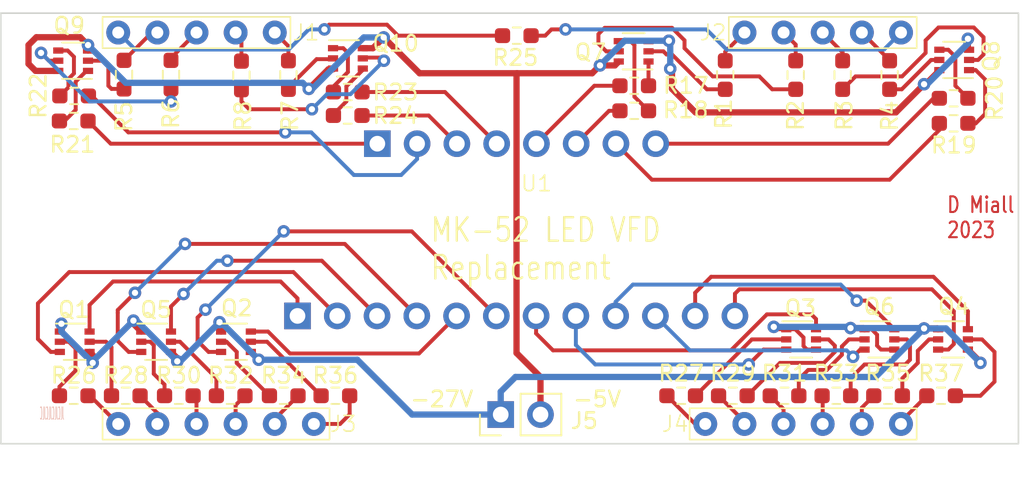
<source format=kicad_pcb>
(kicad_pcb (version 20231007) (generator pcbnew)
  (layers (0 "F.Cu" signal) (31 "B.Cu" signal) (34 "B.Paste" user) (35 "F.Paste" user) (36 "B.SilkS" user "B.Silkscreen") (37 "F.SilkS" user "F.Silkscreen") (38 "B.Mask" user) (39 "F.Mask" user) (44 "Edge.Cuts" user))
  (net 0 "")
  (net 1 "/As")
  (net 2 "/G1s")
  (net 3 "/Fs")
  (net 4 "/Es")
  (net 5 "/Ds")
  (net 6 "/Gs")
  (net 7 "/Bs")
  (net 8 "/Cs")
  (net 9 "/DPs")
  (net 10 "/G2s")
  (net 11 "/G3s")
  (net 12 "/G4s")
  (net 13 "/G5s")
  (net 14 "/G6s")
  (net 15 "/G7s")
  (net 16 "/G8s")
  (net 17 "/G9s")
  (net 18 "/G10s")
  (net 19 "/G11s")
  (net 20 "/G12s")
  (net 21 "/F")
  (net 22 "/G")
  (net 23 "/D")
  (net 24 "/E")
  (net 25 "/Fil A")
  (net 26 "/Fil B")
  (net 27 "/B")
  (net 28 "/DP")
  (net 29 "/C")
  (net 30 "/A")
  (net 31 "/G3")
  (net 32 "/G2")
  (net 33 "/G6")
  (net 34 "/G1")
  (net 35 "/G5")
  (net 36 "/G4")
  (net 37 "/G7")
  (net 38 "/G10")
  (net 39 "/G9")
  (net 40 "/G12")
  (net 41 "/G11")
  (net 42 "/G8")
  (net 43 "+22V")
  (net 44 "-27V")
  (net 45 "Net-(Q7A-B1)")
  (net 46 "Net-(Q7A-E1)")
  (net 47 "Net-(Q7B-E2)")
  (net 48 "Net-(Q7B-B2)")
  (net 49 "Net-(Q8A-E1)")
  (net 50 "Net-(Q8A-B1)")
  (net 51 "Net-(Q8B-B2)")
  (net 52 "Net-(Q8B-E2)")
  (net 53 "Net-(Q9A-B1)")
  (net 54 "Net-(Q9A-E1)")
  (net 55 "Net-(Q9B-E2)")
  (net 56 "Net-(Q9B-B2)")
  (net 57 "Net-(Q10A-B1)")
  (net 58 "Net-(Q10B-B2)")
  (net 59 "Net-(Q10B-E2)")
  (net 60 "Net-(Q10A-E1)")
  (net 61 "Net-(Q1B-B2)")
  (net 62 "Net-(Q1A-B1)")
  (net 63 "Net-(Q2B-B2)")
  (net 64 "Net-(Q2A-B1)")
  (net 65 "Net-(Q3A-B1)")
  (net 66 "Net-(Q3B-B2)")
  (net 67 "Net-(Q4B-B2)")
  (net 68 "Net-(Q4A-B1)")
  (net 69 "Net-(Q5A-B1)")
  (net 70 "Net-(Q5B-B2)")
  (net 71 "Net-(Q6A-B1)")
  (net 72 "Net-(Q6B-B2)")
  (footprint "Package_TO_SOT_SMD:SOT-363_SC-70-6" (layer "F.Cu") (at 134.45 63.95)
    (property "Reference" "Q5")
    (property "Value" "MMDT2222A")
  )
  (footprint "Resistor_SMD:R_0603_1608Metric_Pad0.98x0.95mm_HandSolder" (layer "F.Cu") (at 181.2 67.4)
    (property "Reference" "R35")
    (property "Value" "12k")
  )
  (footprint "Resistor_SMD:R_0603_1608Metric_Pad0.98x0.95mm_HandSolder" (layer "F.Cu") (at 164.9875 49.2)
    (property "Reference" "R18")
    (property "Value" "2k4")
  )
  (footprint "Resistor_SMD:R_0603_1608Metric_Pad0.98x0.95mm_HandSolder" (layer "F.Cu") (at 170.8 46.9125 90)
    (property "Reference" "R1")
    (property "Value" "2.4k")
  )
  (footprint "footprints:Conn_1x06 2.5mm" (layer "F.Cu") (at 132.028196 69.2)
    (property "Reference" "J3")
    (property "Value" "Conn_01x06_Pin")
  )
  (footprint "Resistor_SMD:R_0603_1608Metric_Pad0.98x0.95mm_HandSolder" (layer "F.Cu") (at 129.1875 49.85 180)
    (property "Reference" "R21")
    (property "Value" "2k4")
  )
  (footprint "Package_TO_SOT_SMD:SOT-363_SC-70-6" (layer "F.Cu") (at 185.35 63.8)
    (property "Reference" "Q4")
    (property "Value" "MMDT2222A")
  )
  (footprint "Resistor_SMD:R_0603_1608Metric_Pad0.98x0.95mm_HandSolder" (layer "F.Cu") (at 145.9 67.4 180)
    (property "Reference" "R36")
    (property "Value" "12k")
  )
  (footprint "Resistor_SMD:R_0603_1608Metric_Pad0.98x0.95mm_HandSolder" (layer "F.Cu") (at 139.2125 67.4 180)
    (property "Reference" "R32")
    (property "Value" "12k")
  )
  (footprint "Package_TO_SOT_SMD:SOT-363_SC-70-6" (layer "F.Cu") (at 164.95 45.4 180)
    (property "Reference" "Q7")
    (property "Value" "MMDT2222A")
  )
  (footprint "Resistor_SMD:R_0603_1608Metric_Pad0.98x0.95mm_HandSolder" (layer "F.Cu") (at 185.3875 48.4)
    (property "Reference" "R20")
    (property "Value" "2k4")
  )
  (footprint "Resistor_SMD:R_0603_1608Metric_Pad0.98x0.95mm_HandSolder" (layer "F.Cu") (at 146.6875 49.5 180)
    (property "Reference" "R24")
    (property "Value" "2k4")
  )
  (footprint "Package_TO_SOT_SMD:SOT-363_SC-70-6" (layer "F.Cu") (at 180.65 63.8)
    (property "Reference" "Q6")
    (property "Value" "MMDT2222A")
  )
  (footprint "footprints:Conn_1x05 2.5mm" (layer "F.Cu") (at 132.028196 44.2)
    (property "Reference" "J1")
    (property "Value" "Conn_01x05_Pin")
  )
  (footprint "Connector_PinHeader_2.54mm:PinHeader_1x02_P2.54mm_Vertical" (layer "F.Cu") (at 156.46 68.6 90)
    (property "Reference" "J5")
    (property "Value" "Conn_01x02_Pin")
  )
  (footprint "Resistor_SMD:R_0603_1608Metric_Pad0.98x0.95mm_HandSolder" (layer "F.Cu") (at 132.4 46.8875 -90)
    (property "Reference" "R5")
    (property "Value" "2.4k")
  )
  (footprint "footprints:Conn_1x06 2.5mm" (layer "F.Cu") (at 169.525 69.2)
    (property "Reference" "J4")
    (property "Value" "Conn_01x06_Pin")
  )
  (footprint "Package_TO_SOT_SMD:SOT-363_SC-70-6" (layer "F.Cu") (at 129.25 63.95)
    (property "Reference" "Q1")
    (property "Value" "MMDT2222A")
  )
  (footprint "Resistor_SMD:R_0603_1608Metric_Pad0.98x0.95mm_HandSolder" (layer "F.Cu") (at 135.9 67.4 180)
    (property "Reference" "R30")
    (property "Value" "12k")
  )
  (footprint "Resistor_SMD:R_0603_1608Metric_Pad0.98x0.95mm_HandSolder" (layer "F.Cu") (at 178.3 46.9125 -90)
    (property "Reference" "R3")
    (property "Value" "2.4k")
  )
  (footprint "Package_TO_SOT_SMD:SOT-363_SC-70-6" (layer "F.Cu") (at 185.425 45.95 180)
    (property "Reference" "Q8")
    (property "Value" "MMDT2222A")
  )
  (footprint "Package_TO_SOT_SMD:SOT-363_SC-70-6" (layer "F.Cu") (at 146.7 45.85)
    (property "Reference" "Q10")
    (property "Value" "MMDT2222A")
  )
  (footprint "Package_TO_SOT_SMD:SOT-363_SC-70-6" (layer "F.Cu") (at 139.55 63.95)
    (property "Reference" "Q2")
    (property "Value" "MMDT2222A")
  )
  (footprint "footprints:Conn_1x05 2.5mm" (layer "F.Cu") (at 172.028196 44.2)
    (property "Reference" "J2")
    (property "Value" "Conn_01x05_Pin")
  )
  (footprint "Resistor_SMD:R_0603_1608Metric_Pad0.98x0.95mm_HandSolder" (layer "F.Cu") (at 184.5875 67.4)
    (property "Reference" "R37")
    (property "Value" "12k")
  )
  (footprint "Package_TO_SOT_SMD:SOT-363_SC-70-6" (layer "F.Cu") (at 129.15 46 180)
    (property "Reference" "Q9")
    (property "Value" "MMDT2222A")
  )
  (footprint "Resistor_SMD:R_0603_1608Metric_Pad0.98x0.95mm_HandSolder" (layer "F.Cu") (at 129.2125 48.25 180)
    (property "Reference" "R22")
    (property "Value" "2k4")
  )
  (footprint "Resistor_SMD:R_0603_1608Metric_Pad0.98x0.95mm_HandSolder" (layer "F.Cu") (at 142.6 67.4 180)
    (property "Reference" "R34")
    (property "Value" "12k")
  )
  (footprint "Resistor_SMD:R_0603_1608Metric_Pad0.98x0.95mm_HandSolder" (layer "F.Cu") (at 177.9 67.4)
    (property "Reference" "R33")
    (property "Value" "12k")
  )
  (footprint "Resistor_SMD:R_0603_1608Metric_Pad0.98x0.95mm_HandSolder" (layer "F.Cu") (at 167.9875 67.4)
    (property "Reference" "R27")
    (property "Value" "12k")
  )
  (footprint "Package_TO_SOT_SMD:SOT-363_SC-70-6" (layer "F.Cu") (at 175.65 63.8)
    (property "Reference" "Q3")
    (property "Value" "MMDT2222A")
  )
  (footprint "Resistor_SMD:R_0603_1608Metric_Pad0.98x0.95mm_HandSolder" (layer "F.Cu") (at 142.9 46.9125 -90)
    (property "Reference" "R7")
    (property "Value" "2.4k")
  )
  (footprint "Resistor_SMD:R_0603_1608Metric_Pad0.98x0.95mm_HandSolder" (layer "F.Cu") (at 171.2875 67.4)
    (property "Reference" "R29")
    (property "Value" "12k")
  )
  (footprint "Resistor_SMD:R_0603_1608Metric_Pad0.98x0.95mm_HandSolder" (layer "F.Cu") (at 157.4875 44.4 180)
    (property "Reference" "R25")
    (property "Value" "10k")
  )
  (footprint "Resistor_SMD:R_0603_1608Metric_Pad0.98x0.95mm_HandSolder" (layer "F.Cu") (at 164.9875 47.6)
    (property "Reference" "R17")
    (property "Value" "2k4")
  )
  (footprint "footprints:display" (layer "F.Cu") (at 148.58 51.3)
    (property "Reference" "U1")
    (property "Value" "~")
  )
  (footprint "Resistor_SMD:R_0603_1608Metric_Pad0.98x0.95mm_HandSolder" (layer "F.Cu") (at 185.3875 50)
    (property "Reference" "R19")
    (property "Value" "2k4")
  )
  (footprint "Resistor_SMD:R_0603_1608Metric_Pad0.98x0.95mm_HandSolder" (layer "F.Cu") (at 139.9 46.9375 -90)
    (property "Reference" "R8")
    (property "Value" "2.4k")
  )
  (footprint "Resistor_SMD:R_0603_1608Metric_Pad0.98x0.95mm_HandSolder" (layer "F.Cu") (at 146.6875 48 180)
    (property "Reference" "R23")
    (property "Value" "2k4")
  )
  (footprint "Resistor_SMD:R_0603_1608Metric_Pad0.98x0.95mm_HandSolder" (layer "F.Cu") (at 174.5875 67.4)
    (property "Reference" "R31")
    (property "Value" "12k")
  )
  (footprint "Resistor_SMD:R_0603_1608Metric_Pad0.98x0.95mm_HandSolder" (layer "F.Cu") (at 135.4 46.8875 -90)
    (property "Reference" "R6")
    (property "Value" "2.4k")
  )
  (footprint "Resistor_SMD:R_0603_1608Metric_Pad0.98x0.95mm_HandSolder" (layer "F.Cu") (at 129.1875 67.4 180)
    (property "Reference" "R26")
    (property "Value" "12k")
  )
  (footprint "Resistor_SMD:R_0603_1608Metric_Pad0.98x0.95mm_HandSolder" (layer "F.Cu") (at 175.3 46.9125 -90)
    (property "Reference" "R2")
    (property "Value" "2.4k")
  )
  (footprint "Resistor_SMD:R_0603_1608Metric_Pad0.98x0.95mm_HandSolder" (layer "F.Cu") (at 181.3 46.9125 -90)
    (property "Reference" "R4")
    (property "Value" "2.4k")
  )
  (footprint "Resistor_SMD:R_0603_1608Metric_Pad0.98x0.95mm_HandSolder" (layer "F.Cu") (at 132.5125 67.4 180)
    (property "Reference" "R28")
    (property "Value" "12k")
  )
  (gr_rect (start 124.528196 42.961625) (end 189.528196 70.461625) (stroke (width 0.1)) (fill none) (layer "Edge.Cuts"))
  (gr_text "D Miall\n2023" (at 184.9 57.4 -0) (layer "F.Cu") (effects (font (size 1 0.8) (thickness 0.13)) (justify left bottom)))
  (gr_text "JLCJLCJLCJLC" (at 128.6 69 0) (layer "B.SilkS") (effects (font (size 0.8 0.15) (thickness 0.0375)) (justify left bottom mirror)))
  (gr_text "MK-52 LED VFD\nReplacement" (at 151.9 60.1 0) (layer "F.SilkS") (effects (font (size 1.5 1.2)) (justify left bottom)))
  (gr_text "-5V" (at 161 68.2 0) (layer "F.SilkS") (effects (font (size 1 1)) (justify left bottom)))
  (gr_text "-27V" (at 150.6 68.2 0) (layer "F.SilkS") (effects (font (size 1 1)) (justify left bottom)))
  (segment (start 162.44 47.6) (end 158.74 51.3) (width 0.25) (layer "F.Cu") (net 1))
  (segment (start 164.075 47.6) (end 162.44 47.6) (width 0.25) (layer "F.Cu") (net 1))
  (segment (start 130.2 61.6) (end 131.7 60.1) (width 0.25) (layer "F.Cu") (net 2))
  (segment (start 142.4 60.1) (end 143.48 61.18) (width 0.25) (layer "F.Cu") (net 2))
  (segment (start 131.7 60.1) (end 142.4 60.1) (width 0.25) (layer "F.Cu") (net 2))
  (segment (start 130.2 63.3) (end 130.2 61.6) (width 0.25) (layer "F.Cu") (net 2))
  (segment (start 143.48 61.18) (end 143.48 62.3) (width 0.25) (layer "F.Cu") (net 2))
  (segment (start 156.2 51.3) (end 152.9 48) (width 0.25) (layer "F.Cu") (net 3))
  (segment (start 152.9 48) (end 147.6 48) (width 0.25) (layer "F.Cu") (net 3))
  (segment (start 142.7 50.5755) (end 132.6755 50.5755) (width 0.25) (layer "F.Cu") (net 4))
  (segment (start 132.6755 50.5755) (end 130.35 48.25) (width 0.25) (layer "F.Cu") (net 4))
  (segment (start 130.35 48.25) (end 130.125 48.25) (width 0.25) (layer "F.Cu") (net 4))
  (via (at 142.7 50.5755) (size 0.8) (drill 0.4) (layers "F.Cu" "B.Cu") (net 4))
  (segment (start 147.081125 53.3) (end 150.1 53.3) (width 0.25) (layer "B.Cu") (net 4))
  (segment (start 151.12 52.28) (end 151.12 51.3) (width 0.25) (layer "B.Cu") (net 4))
  (segment (start 144.356625 50.5755) (end 147.081125 53.3) (width 0.25) (layer "B.Cu") (net 4))
  (segment (start 142.7 50.5755) (end 144.356625 50.5755) (width 0.25) (layer "B.Cu") (net 4))
  (segment (start 150.1 53.3) (end 151.12 52.28) (width 0.25) (layer "B.Cu") (net 4))
  (segment (start 148.58 51.3) (end 131.55 51.3) (width 0.25) (layer "F.Cu") (net 5))
  (segment (start 131.55 51.3) (end 130.1 49.85) (width 0.25) (layer "F.Cu") (net 5))
  (segment (start 147.6 49.5) (end 151.86 49.5) (width 0.25) (layer "F.Cu") (net 6))
  (segment (start 151.86 49.5) (end 153.66 51.3) (width 0.25) (layer "F.Cu") (net 6))
  (segment (start 163.38 49.2) (end 161.28 51.3) (width 0.25) (layer "F.Cu") (net 7))
  (segment (start 164.075 49.2) (end 163.38 49.2) (width 0.25) (layer "F.Cu") (net 7))
  (segment (start 184.475 50.425) (end 181.3 53.6) (width 0.25) (layer "F.Cu") (net 8))
  (segment (start 184.475 50) (end 184.475 50.425) (width 0.25) (layer "F.Cu") (net 8))
  (segment (start 166.12 53.6) (end 163.82 51.3) (width 0.25) (layer "F.Cu") (net 8))
  (segment (start 181.3 53.6) (end 166.12 53.6) (width 0.25) (layer "F.Cu") (net 8))
  (segment (start 184.475 48.4) (end 184.1 48.4) (width 0.25) (layer "F.Cu") (net 9))
  (segment (start 181.2 51.3) (end 166.36 51.3) (width 0.25) (layer "F.Cu") (net 9))
  (segment (start 184.1 48.4) (end 181.2 51.3) (width 0.25) (layer "F.Cu") (net 9))
  (segment (start 127.725 64.6) (end 126.9 63.775) (width 0.25) (layer "F.Cu") (net 10))
  (segment (start 126.9 61.5) (end 128.9 59.5) (width 0.25) (layer "F.Cu") (net 10))
  (segment (start 128.3 64.6) (end 127.725 64.6) (width 0.25) (layer "F.Cu") (net 10))
  (segment (start 126.9 63.775) (end 126.9 61.5) (width 0.25) (layer "F.Cu") (net 10))
  (segment (start 128.9 59.5) (end 143.22 59.5) (width 0.25) (layer "F.Cu") (net 10))
  (segment (start 143.22 59.5) (end 146.02 62.3) (width 0.25) (layer "F.Cu") (net 10))
  (segment (start 135.4 61.7) (end 136.2 60.9) (width 0.25) (layer "F.Cu") (net 11))
  (segment (start 139 58.7755) (end 145.0355 58.7755) (width 0.25) (layer "F.Cu") (net 11))
  (segment (start 145.0355 58.7755) (end 148.56 62.3) (width 0.25) (layer "F.Cu") (net 11))
  (segment (start 135.4 63.3) (end 135.4 61.7) (width 0.25) (layer "F.Cu") (net 11))
  (via (at 136.2 60.9) (size 0.8) (drill 0.4) (layers "F.Cu" "B.Cu") (net 11))
  (via (at 139 58.7755) (size 0.8) (drill 0.4) (layers "F.Cu" "B.Cu") (net 11))
  (segment (start 136.2 60.9) (end 138.3245 58.7755) (width 0.25) (layer "B.Cu") (net 11))
  (segment (start 138.3245 58.7755) (end 139 58.7755) (width 0.25) (layer "B.Cu") (net 11))
  (segment (start 132 63.4) (end 132 62.1) (width 0.25) (layer "F.Cu") (net 12))
  (segment (start 132 61.9245) (end 133.1 60.8245) (width 0.25) (layer "F.Cu") (net 12))
  (segment (start 132 62.1) (end 132 61.9245) (width 0.25) (layer "F.Cu") (net 12))
  (segment (start 132 63.9) (end 132 63.4) (width 0.25) (layer "F.Cu") (net 12))
  (segment (start 146.5 57.7) (end 151.1 62.3) (width 0.25) (layer "F.Cu") (net 12))
  (segment (start 136.3 57.7) (end 146.5 57.7) (width 0.25) (layer "F.Cu") (net 12))
  (segment (start 133.5 64.6) (end 132.7 64.6) (width 0.25) (layer "F.Cu") (net 12))
  (segment (start 132.7 64.6) (end 132 63.9) (width 0.25) (layer "F.Cu") (net 12))
  (via (at 136.3 57.7) (size 0.8) (drill 0.4) (layers "F.Cu" "B.Cu") (net 12))
  (via (at 133.1 60.8245) (size 0.8) (drill 0.4) (layers "F.Cu" "B.Cu") (net 12))
  (segment (start 133.1 60.8245) (end 136.2245 57.7) (width 0.25) (layer "B.Cu") (net 12))
  (segment (start 136.2245 57.7) (end 136.3 57.7) (width 0.25) (layer "B.Cu") (net 12))
  (segment (start 151.24 64.7) (end 153.64 62.3) (width 0.25) (layer "F.Cu") (net 13))
  (segment (start 140.5 63.3) (end 141.6 63.3) (width 0.25) (layer "F.Cu") (net 13))
  (segment (start 141.6 63.3) (end 143 64.7) (width 0.25) (layer "F.Cu") (net 13))
  (segment (start 143 64.7) (end 151.24 64.7) (width 0.25) (layer "F.Cu") (net 13))
  (segment (start 150.78 56.9) (end 156.18 62.3) (width 0.25) (layer "F.Cu") (net 14))
  (segment (start 137.1 62.4) (end 137.6 61.9) (width 0.25) (layer "F.Cu") (net 14))
  (segment (start 142.6 56.9) (end 150.78 56.9) (width 0.25) (layer "F.Cu") (net 14))
  (segment (start 138.6 64.6) (end 137.8 64.6) (width 0.25) (layer "F.Cu") (net 14))
  (segment (start 137.1 63.9) (end 137.1 62.4) (width 0.25) (layer "F.Cu") (net 14))
  (segment (start 137.8 64.6) (end 137.1 63.9) (width 0.25) (layer "F.Cu") (net 14))
  (via (at 137.6 61.9) (size 0.8) (drill 0.4) (layers "F.Cu" "B.Cu") (net 14))
  (via (at 142.6 56.9) (size 0.8) (drill 0.4) (layers "F.Cu" "B.Cu") (net 14))
  (segment (start 139 60.5) (end 142.6 56.9) (width 0.25) (layer "B.Cu") (net 14))
  (segment (start 137.6 61.9) (end 139 60.5) (width 0.25) (layer "B.Cu") (net 14))
  (segment (start 171.163604 64.5) (end 159.8 64.5) (width 0.25) (layer "F.Cu") (net 15))
  (segment (start 176.3 62.2) (end 173.463604 62.2) (width 0.25) (layer "F.Cu") (net 15))
  (segment (start 173.463604 62.2) (end 171.163604 64.5) (width 0.25) (layer "F.Cu") (net 15))
  (segment (start 176.6 63.15) (end 176.6 62.5) (width 0.25) (layer "F.Cu") (net 15))
  (segment (start 176.6 62.5) (end 176.3 62.2) (width 0.25) (layer "F.Cu") (net 15))
  (segment (start 159.8 64.5) (end 158.72 63.42) (width 0.25) (layer "F.Cu") (net 15))
  (segment (start 158.72 63.42) (end 158.72 62.3) (width 0.25) (layer "F.Cu") (net 15))
  (segment (start 172.3 65.4) (end 173.25 64.45) (width 0.25) (layer "F.Cu") (net 16))
  (segment (start 173.25 64.45) (end 174.7 64.45) (width 0.25) (layer "F.Cu") (net 16))
  (via (at 172.3 65.4) (size 0.8) (drill 0.4) (layers "F.Cu" "B.Cu") (net 16))
  (segment (start 172.3 65.4) (end 162.5 65.4) (width 0.25) (layer "B.Cu") (net 16))
  (segment (start 161.26 64.16) (end 161.26 62.3) (width 0.25) (layer "B.Cu") (net 16))
  (segment (start 162.5 65.4) (end 161.26 64.16) (width 0.25) (layer "B.Cu") (net 16))
  (segment (start 179.7745 61.3245) (end 179.2 61.3245) (width 0.25) (layer "F.Cu") (net 17))
  (segment (start 181.6 63.15) (end 179.7745 61.3245) (width 0.25) (layer "F.Cu") (net 17))
  (via (at 179.2 61.3245) (size 0.8) (drill 0.4) (layers "F.Cu" "B.Cu") (net 17))
  (segment (start 163.8 61.4) (end 163.8 62.3) (width 0.25) (layer "B.Cu") (net 17))
  (segment (start 178.1755 60.3) (end 164.9 60.3) (width 0.25) (layer "B.Cu") (net 17))
  (segment (start 164.9 60.3) (end 163.8 61.4) (width 0.25) (layer "B.Cu") (net 17))
  (segment (start 179.2 61.3245) (end 178.1755 60.3) (width 0.25) (layer "B.Cu") (net 17))
  (segment (start 179.424813 64.45) (end 178.963683 64.91113) (width 0.25) (layer "F.Cu") (net 18))
  (segment (start 179.7 64.45) (end 179.424813 64.45) (width 0.25) (layer "F.Cu") (net 18))
  (via (at 178.963683 64.91113) (size 0.8) (drill 0.4) (layers "F.Cu" "B.Cu") (net 18))
  (segment (start 178.552553 64.5) (end 168.54 64.5) (width 0.25) (layer "B.Cu") (net 18))
  (segment (start 168.54 64.5) (end 166.34 62.3) (width 0.25) (layer "B.Cu") (net 18))
  (segment (start 178.963683 64.91113) (end 178.552553 64.5) (width 0.25) (layer "B.Cu") (net 18))
  (segment (start 186.3 62) (end 184.1 59.8) (width 0.25) (layer "F.Cu") (net 19))
  (segment (start 184.1 59.8) (end 169.9 59.8) (width 0.25) (layer "F.Cu") (net 19))
  (segment (start 168.88 60.82) (end 168.88 62.3) (width 0.25) (layer "F.Cu") (net 19))
  (segment (start 186.3 63.15) (end 186.3 62) (width 0.25) (layer "F.Cu") (net 19))
  (segment (start 169.9 59.8) (end 168.88 60.82) (width 0.25) (layer "F.Cu") (net 19))
  (segment (start 184 60.6) (end 185.4 62) (width 0.25) (layer "F.Cu") (net 20))
  (segment (start 185.4 64.1) (end 185.05 64.45) (width 0.25) (layer "F.Cu") (net 20))
  (segment (start 185.4 62) (end 185.4 64.1) (width 0.25) (layer "F.Cu") (net 20))
  (segment (start 171.42 62.3) (end 171.42 60.88) (width 0.25) (layer "F.Cu") (net 20))
  (segment (start 185.05 64.45) (end 184.4 64.45) (width 0.25) (layer "F.Cu") (net 20))
  (segment (start 171.7 60.6) (end 184 60.6) (width 0.25) (layer "F.Cu") (net 20))
  (segment (start 171.42 60.88) (end 171.7 60.6) (width 0.25) (layer "F.Cu") (net 20))
  (segment (start 142.9 46) (end 142.9 45.071804) (width 0.25) (layer "F.Cu") (net 21))
  (segment (start 142.9 45.071804) (end 142.028196 44.2) (width 0.25) (layer "F.Cu") (net 21))
  (segment (start 139.9 44.571804) (end 139.528196 44.2) (width 0.25) (layer "F.Cu") (net 22))
  (segment (start 139.9 46.025) (end 139.9 44.571804) (width 0.25) (layer "F.Cu") (net 22))
  (segment (start 134.175 44.2) (end 134.528196 44.2) (width 0.25) (layer "F.Cu") (net 23))
  (segment (start 132.4 45.975) (end 134.175 44.2) (width 0.25) (layer "F.Cu") (net 23))
  (segment (start 135.4 45.828196) (end 137.028196 44.2) (width 0.25) (layer "F.Cu") (net 24))
  (segment (start 135.4 45.975) (end 135.4 45.828196) (width 0.25) (layer "F.Cu") (net 24))
  (segment (start 145.5 43.7) (end 149.2 43.7) (width 0.25) (layer "F.Cu") (net 25))
  (segment (start 149.9 44.4) (end 156.575 44.4) (width 0.25) (layer "F.Cu") (net 25))
  (segment (start 145.2 44) (end 145.5 43.7) (width 0.25) (layer "F.Cu") (net 25))
  (segment (start 149.2 43.7) (end 149.9 44.4) (width 0.25) (layer "F.Cu") (net 25))
  (via (at 145.2 44) (size 0.8) (drill 0.4) (layers "F.Cu" "B.Cu") (net 25))
  (segment (start 144.2 44) (end 142.913 45.287) (width 0.25) (layer "B.Cu") (net 25))
  (segment (start 133.115196 45.287) (end 132.028196 44.2) (width 0.25) (layer "B.Cu") (net 25))
  (segment (start 142.913 45.287) (end 133.115196 45.287) (width 0.25) (layer "B.Cu") (net 25))
  (segment (start 145.2 44) (end 144.2 44) (width 0.25) (layer "B.Cu") (net 25))
  (segment (start 160.6 44) (end 159.7 44) (width 0.25) (layer "F.Cu") (net 26))
  (segment (start 159.7 44) (end 159.3 44.4) (width 0.25) (layer "F.Cu") (net 26))
  (segment (start 159.3 44.4) (end 158.4 44.4) (width 0.25) (layer "F.Cu") (net 26))
  (via (at 160.6 44) (size 0.8) (drill 0.4) (layers "F.Cu" "B.Cu") (net 26))
  (segment (start 180.941196 45.287) (end 182.028196 44.2) (width 0.25) (layer "B.Cu") (net 26))
  (segment (start 170.887 45.287) (end 180.941196 45.287) (width 0.25) (layer "B.Cu") (net 26))
  (segment (start 160.6 44) (end 169.6 44) (width 0.25) (layer "B.Cu") (net 26))
  (segment (start 169.6 44) (end 170.887 45.287) (width 0.25) (layer "B.Cu") (net 26))
  (segment (start 175.3 44.971804) (end 174.528196 44.2) (width 0.25) (layer "F.Cu") (net 27))
  (segment (start 175.3 46) (end 175.3 44.971804) (width 0.25) (layer "F.Cu") (net 27))
  (segment (start 181.3 46) (end 181.3 45.971804) (width 0.25) (layer "F.Cu") (net 28))
  (segment (start 181.3 45.971804) (end 179.528196 44.2) (width 0.25) (layer "F.Cu") (net 28))
  (segment (start 178.3 45.471804) (end 177.028196 44.2) (width 0.25) (layer "F.Cu") (net 29))
  (segment (start 178.3 46) (end 178.3 45.471804) (width 0.25) (layer "F.Cu") (net 29))
  (segment (start 170.8 45.428196) (end 172.028196 44.2) (width 0.25) (layer "F.Cu") (net 30))
  (segment (start 170.8 46) (end 170.8 45.428196) (width 0.25) (layer "F.Cu") (net 30))
  (segment (start 137.028196 67.615696) (end 136.8125 67.4) (width 0.25) (layer "F.Cu") (net 31))
  (segment (start 137.028196 69.2) (end 137.028196 67.615696) (width 0.25) (layer "F.Cu") (net 31))
  (segment (start 134.528196 69.2) (end 134.528196 68.503196) (width 0.25) (layer "F.Cu") (net 32))
  (segment (start 134.528196 68.503196) (end 133.425 67.4) (width 0.25) (layer "F.Cu") (net 32))
  (segment (start 146.2 69.2) (end 146.8125 68.5875) (width 0.25) (layer "F.Cu") (net 33))
  (segment (start 144.528196 69.2) (end 146.2 69.2) (width 0.25) (layer "F.Cu") (net 33))
  (segment (start 146.8125 68.5875) (end 146.8125 67.4) (width 0.25) (layer "F.Cu") (net 33))
  (segment (start 132.028196 69.2) (end 130.228196 67.4) (width 0.25) (layer "F.Cu") (net 34))
  (segment (start 130.228196 67.4) (end 130.1 67.4) (width 0.25) (layer "F.Cu") (net 34))
  (segment (start 142.028196 69.2) (end 142.028196 68.884304) (width 0.25) (layer "F.Cu") (net 35))
  (segment (start 142.028196 68.884304) (end 143.5125 67.4) (width 0.25) (layer "F.Cu") (net 35))
  (segment (start 139.528196 67.996804) (end 140.125 67.4) (width 0.25) (layer "F.Cu") (net 36))
  (segment (start 139.528196 69.2) (end 139.528196 67.996804) (width 0.25) (layer "F.Cu") (net 36))
  (segment (start 169.525 69.2) (end 168.875 69.2) (width 0.25) (layer "F.Cu") (net 37))
  (segment (start 168.875 69.2) (end 167.075 67.4) (width 0.25) (layer "F.Cu") (net 37))
  (segment (start 177.025 67.4375) (end 176.9875 67.4) (width 0.25) (layer "F.Cu") (net 38))
  (segment (start 177.025 69.2) (end 177.025 67.4375) (width 0.25) (layer "F.Cu") (net 38))
  (segment (start 174.525 68.25) (end 173.675 67.4) (width 0.25) (layer "F.Cu") (net 39))
  (segment (start 174.525 69.2) (end 174.525 68.25) (width 0.25) (layer "F.Cu") (net 39))
  (segment (start 182.025 69.05) (end 183.675 67.4) (width 0.25) (layer "F.Cu") (net 40))
  (segment (start 182.025 69.2) (end 182.025 69.05) (width 0.25) (layer "F.Cu") (net 40))
  (segment (start 179.525 68.1625) (end 180.2875 67.4) (width 0.25) (layer "F.Cu") (net 41))
  (segment (start 179.525 69.2) (end 179.525 68.1625) (width 0.25) (layer "F.Cu") (net 41))
  (segment (start 172.025 69.05) (end 170.375 67.4) (width 0.25) (layer "F.Cu") (net 42))
  (segment (start 172.025 69.2) (end 172.025 69.05) (width 0.25) (layer "F.Cu") (net 42))
  (segment (start 126.3 46.2) (end 126.75 46.65) (width 0.4) (layer "F.Cu") (net 43))
  (segment (start 148.3 45.2) (end 148.987701 44.512299) (width 0.4) (layer "F.Cu") (net 43))
  (segment (start 184.4 46.6) (end 184.475 46.6) (width 0.25) (layer "F.Cu") (net 43))
  (segment (start 163.75 46.3) (end 164 46.05) (width 0.4) (layer "F.Cu") (net 43))
  (segment (start 181.7 49.3) (end 181.2 49.3) (width 0.4) (layer "F.Cu") (net 43))
  (segment (start 165.9255 44.7245) (end 165.9 44.75) (width 0.25) (layer "F.Cu") (net 43))
  (segment (start 151.275402 46.8) (end 148.987701 44.512299) (width 0.4) (layer "F.Cu") (net 43))
  (segment (start 167.4 47.8) (end 167.4 46.624598) (width 0.4) (layer "F.Cu") (net 43))
  (segment (start 167.4 46.624598) (end 167.287701 46.512299) (width 0.4) (layer "F.Cu") (net 43))
  (segment (start 130.1 45.35) (end 130.1 45) (width 0.4) (layer "F.Cu") (net 43))
  (segment (start 126.3 45) (end 126.3 46.2) (width 0.4) (layer "F.Cu") (net 43))
  (segment (start 157.5 46.8) (end 151.275402 46.8) (width 0.4) (layer "F.Cu") (net 43))
  (segment (start 162.8 46.3) (end 163.75 46.3) (width 0.4) (layer "F.Cu") (net 43))
  (segment (start 162.3 46.8) (end 157.5 46.8) (width 0.4) (layer "F.Cu") (net 43))
  (segment (start 168.9 49.3) (end 167.4 47.8) (width 0.4) (layer "F.Cu") (net 43))
  (segment (start 144.2 47.8) (end 145.45 46.55) (width 0.4) (layer "F.Cu") (net 43))
  (segment (start 159 68.6) (end 159 66.2) (width 0.4) (layer "F.Cu") (net 43))
  (segment (start 186.375 44.675) (end 186.375 45.3) (width 0.25) (layer "F.Cu") (net 43))
  (segment (start 159 66.2) (end 157.47 64.67) (width 0.4) (layer "F.Cu") (net 43))
  (segment (start 157.47 46.83) (end 157.5 46.8) (width 0.4) (layer "F.Cu") (net 43))
  (segment (start 126.8 44.5) (end 126.3 45) (width 0.4) (layer "F.Cu") (net 43))
  (segment (start 186.3 44.6) (end 186.375 44.675) (width 0.25) (layer "F.Cu") (net 43))
  (segment (start 162.8 46.3) (end 162.3 46.8) (width 0.4) (layer "F.Cu") (net 43))
  (segment (start 181.2 49.3) (end 168.9 49.3) (width 0.4) (layer "F.Cu") (net 43))
  (segment (start 147.65 45.2) (end 148.3 45.2) (width 0.4) (layer "F.Cu") (net 43))
  (segment (start 183.5 47.5) (end 181.7 49.3) (width 0.4) (layer "F.Cu") (net 43))
  (segment (start 130.1 45) (end 129.6 44.5) (width 0.4) (layer "F.Cu") (net 43))
  (segment (start 145.45 46.55) (end 145.75 46.55) (width 0.4) (layer "F.Cu") (net 43))
  (segment (start 167.2 44.7245) (end 165.9255 44.7245) (width 0.25) (layer "F.Cu") (net 43))
  (segment (start 157.47 64.67) (end 157.47 46.83) (width 0.4) (layer "F.Cu") (net 43))
  (segment (start 126.75 46.65) (end 128.2 46.65) (width 0.4) (layer "F.Cu") (net 43))
  (segment (start 129.6 44.5) (end 126.8 44.5) (width 0.4) (layer "F.Cu") (net 43))
  (segment (start 183.5 47.5) (end 184.4 46.6) (width 0.25) (layer "F.Cu") (net 43))
  (via (at 162.8 46.3) (size 0.8) (drill 0.4) (layers "F.Cu" "B.Cu") (net 43))
  (via (at 186.3 44.6) (size 0.8) (drill 0.4) (layers "F.Cu" "B.Cu") (net 43))
  (via (at 167.2 44.7245) (size 0.8) (drill 0.4) (layers "F.Cu" "B.Cu") (net 43))
  (via (at 144.2 47.8) (size 0.8) (drill 0.4) (layers "F.Cu" "B.Cu") (net 43))
  (via (at 183.5 47.5) (size 0.8) (drill 0.4) (layers "F.Cu" "B.Cu") (net 43))
  (via (at 130.1 45) (size 0.8) (drill 0.4) (layers "F.Cu" "B.Cu") (net 43))
  (via (at 148.987701 44.512299) (size 0.8) (drill 0.4) (layers "F.Cu" "B.Cu") (net 43))
  (via (at 167.287701 46.512299) (size 0.8) (drill 0.4) (layers "F.Cu" "B.Cu") (net 43))
  (segment (start 144.2 47.8) (end 143.812299 47.412299) (width 0.4) (layer "B.Cu") (net 43))
  (segment (start 164.3755 44.7245) (end 162.8 46.3) (width 0.4) (layer "B.Cu") (net 43))
  (segment (start 186.3 44.9) (end 186.3 44.6) (width 0.4) (layer "B.Cu") (net 43))
  (segment (start 183.5 47.5) (end 183.7 47.5) (width 0.4) (layer "B.Cu") (net 43))
  (segment (start 147.712299 44.512299) (end 148.987701 44.512299) (width 0.4) (layer "B.Cu") (net 43))
  (segment (start 167.287701 44.812201) (end 167.2 44.7245) (width 0.4) (layer "B.Cu") (net 43))
  (segment (start 132.512299 47.412299) (end 130.1 45) (width 0.4) (layer "B.Cu") (net 43))
  (segment (start 167.287701 46.512299) (end 167.287701 44.812201) (width 0.4) (layer "B.Cu") (net 43))
  (segment (start 144.424598 47.8) (end 147.712299 44.512299) (width 0.4) (layer "B.Cu") (net 43))
  (segment (start 143.812299 47.412299) (end 132.512299 47.412299) (width 0.4) (layer "B.Cu") (net 43))
  (segment (start 183.7 47.5) (end 186.3 44.9) (width 0.4) (layer "B.Cu") (net 43))
  (segment (start 144.2 47.8) (end 144.424598 47.8) (width 0.4) (layer "B.Cu") (net 43))
  (segment (start 167.2 44.7245) (end 164.3755 44.7245) (width 0.4) (layer "B.Cu") (net 43))
  (segment (start 176.6 64.45) (end 176.025 64.45) (width 0.25) (layer "F.Cu") (net 44))
  (segment (start 138.5 63.2) (end 138.6 63.3) (width 0.4) (layer "F.Cu") (net 44))
  (segment (start 178.80246 63.0755) (end 179.6255 63.0755) (width 0.4) (layer "F.Cu") (net 44))
  (segment (start 135.8 65) (end 135.4 64.6) (width 0.4) (layer "F.Cu") (net 44))
  (segment (start 180.75 64.45) (end 181.6 64.45) (width 0.25) (layer "F.Cu") (net 44))
  (segment (start 187.1 65.25) (end 186.3 64.45) (width 0.4) (layer "F.Cu") (net 44))
  (segment (start 128.3 63.3) (end 128.3 62.9) (width 0.4) (layer "F.Cu") (net 44))
  (segment (start 133 62.8) (end 133.5 63.3) (width 0.4) (layer "F.Cu") (net 44))
  (segment (start 179.6255 63.0755) (end 179.7 63.15) (width 0.4) (layer "F.Cu") (net 44))
  (segment (start 180.15 63.15) (end 180.5 63.5) (width 0.25) (layer "F.Cu") (net 44))
  (segment (start 174.05 63.15) (end 173.9 63) (width 0.25) (layer "F.Cu") (net 44))
  (segment (start 179.7 63.15) (end 180.15 63.15) (width 0.25) (layer "F.Cu") (net 44))
  (segment (start 180.5 63.5) (end 180.5 64.2) (width 0.25) (layer "F.Cu") (net 44))
  (segment (start 130.4 64.8) (end 130.2 64.6) (width 0.4) (layer "F.Cu") (net 44))
  (segment (start 180.5 64.2) (end 180.75 64.45) (width 0.25) (layer "F.Cu") (net 44))
  (segment (start 175.275 63.15) (end 174.7 63.15) (width 0.25) (layer "F.Cu") (net 44))
  (segment (start 135.8 65.2) (end 135.8 65) (width 0.4) (layer "F.Cu") (net 44))
  (segment (start 141 65.1) (end 140.5 64.6) (width 0.4) (layer "F.Cu") (net 44))
  (segment (start 175.8 63.675) (end 175.275 63.15) (width 0.25) (layer "F.Cu") (net 44))
  (segment (start 128.3 62.9) (end 128.4 62.8) (width 0.4) (layer "F.Cu") (net 44))
  (segment (start 174.7 63.15) (end 174.05 63.15) (width 0.25) (layer "F.Cu") (net 44))
  (segment (start 187.1 65.3) (end 187.1 65.25) (width 0.4) (layer "F.Cu") (net 44))
  (segment (start 184.35 63.1) (end 184.4 63.15) (width 0.4) (layer "F.Cu") (net 44))
  (segment (start 130.4 65.3) (end 130.4 64.8) (width 0.4) (layer "F.Cu") (net 44))
  (segment (start 133 62.6) (end 133 62.8) (width 0.4) (layer "F.Cu") (net 44))
  (segment (start 183.5 63.1) (end 184.35 63.1) (width 0.4) (layer "F.Cu") (net 44))
  (segment (start 175.8 64.225) (end 175.8 63.675) (width 0.25) (layer "F.Cu") (net 44))
  (segment (start 176.025 64.45) (end 175.8 64.225) (width 0.25) (layer "F.Cu") (net 44))
  (segment (start 138.5 62.7) (end 138.5 63.2) (width 0.4) (layer "F.Cu") (net 44))
  (via (at 178.80246 63.0755) (size 0.8) (drill 0.4) (layers "F.Cu" "B.Cu") (net 44))
  (via (at 141 65.1) (size 0.8) (drill 0.4) (layers "F.Cu" "B.Cu") (net 44))
  (via (at 135.8 65.2) (size 0.8) (drill 0.4) (layers "F.Cu" "B.Cu") (net 44))
  (via (at 138.5 62.7) (size 0.8) (drill 0.4) (layers "F.Cu" "B.Cu") (net 44))
  (via (at 128.4 62.8) (size 0.8) (drill 0.4) (layers "F.Cu" "B.Cu") (net 44))
  (via (at 130.4 65.3) (size 0.8) (drill 0.4) (layers "F.Cu" "B.Cu") (net 44))
  (via (at 183.5 63.1) (size 0.8) (drill 0.4) (layers "F.Cu" "B.Cu") (net 44))
  (via (at 173.9 63) (size 0.8) (drill 0.4) (layers "F.Cu" "B.Cu") (net 44))
  (via (at 187.1 65.3) (size 0.8) (drill 0.4) (layers "F.Cu" "B.Cu") (net 44))
  (via (at 133 62.6) (size 0.8) (drill 0.4) (layers "F.Cu" "B.Cu") (net 44))
  (segment (start 173.9 63) (end 178.72696 63) (width 0.4) (layer "B.Cu") (net 44))
  (segment (start 138.5 62.7) (end 138.6 62.7) (width 0.4) (layer "B.Cu") (net 44))
  (segment (start 128.4 63.3) (end 130.4 65.3) (width 0.4) (layer "B.Cu") (net 44))
  (segment (start 180.4 66.2) (end 157.4 66.2) (width 0.4) (layer "B.Cu") (net 44))
  (segment (start 135.8 65.2) (end 136 65.2) (width 0.4) (layer "B.Cu") (net 44))
  (segment (start 178.72696 63) (end 178.80246 63.0755) (width 0.4) (layer "B.Cu") (net 44))
  (segment (start 133 62.6) (end 133.2 62.6) (width 0.4) (layer "B.Cu") (net 44))
  (segment (start 157.4 66.2) (end 156.46 67.14) (width 0.4) (layer "B.Cu") (net 44))
  (segment (start 184.9 63.1) (end 187.1 65.3) (width 0.4) (layer "B.Cu") (net 44))
  (segment (start 183.5 63.1) (end 180.4 66.2) (width 0.4) (layer "B.Cu") (net 44))
  (segment (start 150.8 68.6) (end 156.46 68.6) (width 0.4) (layer "B.Cu") (net 44))
  (segment (start 183.4755 63.0755) (end 183.5 63.1) (width 0.4) (layer "B.Cu") (net 44))
  (segment (start 130.4 65.3) (end 130.4 65.2) (width 0.4) (layer "B.Cu") (net 44))
  (segment (start 178.80246 63.0755) (end 183.4755 63.0755) (width 0.4) (layer "B.Cu") (net 44))
  (segment (start 138.6 62.7) (end 141 65.1) (width 0.4) (layer "B.Cu") (net 44))
  (segment (start 147.3 65.1) (end 150.8 68.6) (width 0.4) (layer "B.Cu") (net 44))
  (segment (start 130.4 65.2) (end 133 62.6) (width 0.4) (layer "B.Cu") (net 44))
  (segment (start 136 65.2) (end 138.5 62.7) (width 0.4) (layer "B.Cu") (net 44))
  (segment (start 128.4 62.8) (end 128.4 63.3) (width 0.4) (layer "B.Cu") (net 44))
  (segment (start 141 65.1) (end 147.3 65.1) (width 0.4) (layer "B.Cu") (net 44))
  (segment (start 133.2 62.6) (end 135.8 65.2) (width 0.4) (layer "B.Cu") (net 44))
  (segment (start 183.5 63.1) (end 184.9 63.1) (width 0.4) (layer "B.Cu") (net 44))
  (segment (start 156.46 67.14) (end 156.46 68.6) (width 0.4) (layer "B.Cu") (net 44))
  (segment (start 167.4 45.6) (end 167.050195 45.6) (width 0.25) (layer "F.Cu") (net 45))
  (segment (start 167.050195 45.6) (end 166.850195 45.4) (width 0.25) (layer "F.Cu") (net 45))
  (segment (start 170.8 47.825) (end 169.625 47.825) (width 0.25) (layer "F.Cu") (net 45))
  (segment (start 169.625 47.825) (end 167.4 45.6) (width 0.25) (layer "F.Cu") (net 45))
  (segment (start 166.850195 45.4) (end 165.9 45.4) (width 0.25) (layer "F.Cu") (net 45))
  (segment (start 165.9 47.6) (end 165.9 46.05) (width 0.25) (layer "F.Cu") (net 46))
  (segment (start 165 45) (end 164.75 44.75) (width 0.25) (layer "F.Cu") (net 47))
  (segment (start 164.75 44.75) (end 164 44.75) (width 0.25) (layer "F.Cu") (net 47))
  (segment (start 165.9 49.2) (end 165 48.3) (width 0.25) (layer "F.Cu") (net 47))
  (segment (start 165 48.3) (end 165 45) (width 0.25) (layer "F.Cu") (net 47))
  (segment (start 163.2 45.4) (end 164 45.4) (width 0.25) (layer "F.Cu") (net 48))
  (segment (start 170 47) (end 168.2 45.2) (width 0.25) (layer "F.Cu") (net 48))
  (segment (start 168.2 45.2) (end 168.2 44.699195) (width 0.25) (layer "F.Cu") (net 48))
  (segment (start 162.7 44.9) (end 163.2 45.4) (width 0.25) (layer "F.Cu") (net 48))
  (segment (start 163.1 43.9) (end 162.7 44.3) (width 0.25) (layer "F.Cu") (net 48))
  (segment (start 175.3 47.825) (end 173.8 47.825) (width 0.25) (layer "F.Cu") (net 48))
  (segment (start 172.975 47) (end 170 47) (width 0.25) (layer "F.Cu") (net 48))
  (segment (start 173.8 47.825) (end 172.975 47) (width 0.25) (layer "F.Cu") (net 48))
  (segment (start 162.7 44.3) (end 162.7 44.9) (width 0.25) (layer "F.Cu") (net 48))
  (segment (start 168.2 44.699195) (end 167.400805 43.9) (width 0.25) (layer "F.Cu") (net 48))
  (segment (start 167.400805 43.9) (end 163.1 43.9) (width 0.25) (layer "F.Cu") (net 48))
  (segment (start 186.8 50) (end 186.3 50) (width 0.25) (layer "F.Cu") (net 49))
  (segment (start 187.4 49.4) (end 186.8 50) (width 0.25) (layer "F.Cu") (net 49))
  (segment (start 186.375 46.6) (end 186.8 46.6) (width 0.25) (layer "F.Cu") (net 49))
  (segment (start 186.8 46.6) (end 187.4 47.2) (width 0.25) (layer "F.Cu") (net 49))
  (segment (start 187.4 47.2) (end 187.4 49.4) (width 0.25) (layer "F.Cu") (net 49))
  (segment (start 184.425 43.875) (end 186.675 43.875) (width 0.25) (layer "F.Cu") (net 50))
  (segment (start 187.3 44.5) (end 187.3 45.6) (width 0.25) (layer "F.Cu") (net 50))
  (segment (start 182.1 47) (end 183.6 45.5) (width 0.25) (layer "F.Cu") (net 50))
  (segment (start 183.6 45.5) (end 183.6 44.7) (width 0.25) (layer "F.Cu") (net 50))
  (segment (start 186.95 45.95) (end 186.375 45.95) (width 0.25) (layer "F.Cu") (net 50))
  (segment (start 186.675 43.875) (end 187.3 44.5) (width 0.25) (layer "F.Cu") (net 50))
  (segment (start 179.125 47) (end 182.1 47) (width 0.25) (layer "F.Cu") (net 50))
  (segment (start 187.3 45.6) (end 186.95 45.95) (width 0.25) (layer "F.Cu") (net 50))
  (segment (start 183.6 44.7) (end 184.425 43.875) (width 0.25) (layer "F.Cu") (net 50))
  (segment (start 178.3 47.825) (end 179.125 47) (width 0.25) (layer "F.Cu") (net 50))
  (segment (start 181.3 47.825) (end 182.075 47.825) (width 0.25) (layer "F.Cu") (net 51))
  (segment (start 182.075 47.825) (end 183.95 45.95) (width 0.25) (layer "F.Cu") (net 51))
  (segment (start 183.95 45.95) (end 184.475 45.95) (width 0.25) (layer "F.Cu") (net 51))
  (segment (start 185.5 45.75) (end 185.05 45.3) (width 0.25) (layer "F.Cu") (net 52))
  (segment (start 185.5 47.6) (end 185.5 45.75) (width 0.25) (layer "F.Cu") (net 52))
  (segment (start 185.05 45.3) (end 184.475 45.3) (width 0.25) (layer "F.Cu") (net 52))
  (segment (start 186.3 48.4) (end 185.5 47.6) (width 0.25) (layer "F.Cu") (net 52))
  (segment (start 130.1 46) (end 131.1 46) (width 0.25) (layer "F.Cu") (net 53))
  (segment (start 131.4 46.3) (end 131.4 47.6) (width 0.25) (layer "F.Cu") (net 53))
  (segment (start 131.4 47.6) (end 131.6 47.8) (width 0.25) (layer "F.Cu") (net 53))
  (segment (start 131.6 47.8) (end 132.4 47.8) (width 0.25) (layer "F.Cu") (net 53))
  (segment (start 131.1 46) (end 131.4 46.3) (width 0.25) (layer "F.Cu") (net 53))
  (segment (start 130 46.65) (end 129.3125 47.3375) (width 0.25) (layer "F.Cu") (net 54))
  (segment (start 128.6 49.85) (end 128.275 49.85) (width 0.25) (layer "F.Cu") (net 54))
  (segment (start 129.3125 49.1375) (end 128.6 49.85) (width 0.25) (layer "F.Cu") (net 54))
  (segment (start 129.3125 47.3375) (end 129.3125 49.1375) (width 0.25) (layer "F.Cu") (net 54))
  (segment (start 130.1 46.65) (end 130 46.65) (width 0.25) (layer "F.Cu") (net 54))
  (segment (start 129.2 46.813604) (end 129.2 45.75) (width 0.25) (layer "F.Cu") (net 55))
  (segment (start 129.2 45.75) (end 128.8 45.35) (width 0.25) (layer "F.Cu") (net 55))
  (segment (start 128.3 48.25) (end 128.85 47.7) (width 0.25) (layer "F.Cu") (net 55))
  (segment (start 128.8 45.35) (end 128.2 45.35) (width 0.25) (layer "F.Cu") (net 55))
  (segment (start 128.85 47.7) (end 128.85 47.163604) (width 0.25) (layer "F.Cu") (net 55))
  (segment (start 128.85 47.163604) (end 129.2 46.813604) (width 0.25) (layer "F.Cu") (net 55))
  (segment (start 127.6 46) (end 127.1 45.5) (width 0.25) (layer "F.Cu") (net 56))
  (segment (start 128.2 46) (end 127.6 46) (width 0.25) (layer "F.Cu") (net 56))
  (segment (start 135.4 47.8) (end 135.4 48.6) (width 0.25) (layer "F.Cu") (net 56))
  (via (at 135.4 48.6) (size 0.8) (drill 0.4) (layers "F.Cu" "B.Cu") (net 56))
  (via (at 127.1 45.5) (size 0.8) (drill 0.4) (layers "F.Cu" "B.Cu") (net 56))
  (segment (start 127.1 45.5) (end 130.2 48.6) (width 0.25) (layer "B.Cu") (net 56))
  (segment (start 130.2 48.6) (end 135.4 48.6) (width 0.25) (layer "B.Cu") (net 56))
  (segment (start 144.7 45.9) (end 142.9 47.7) (width 0.25) (layer "F.Cu") (net 57))
  (segment (start 145.75 45.9) (end 144.7 45.9) (width 0.25) (layer "F.Cu") (net 57))
  (segment (start 142.9 47.7) (end 142.9 47.825) (width 0.25) (layer "F.Cu") (net 57))
  (segment (start 148.8 45.8) (end 147.75 45.8) (width 0.25) (layer "F.Cu") (net 58))
  (segment (start 149 46) (end 148.8 45.8) (width 0.25) (layer "F.Cu") (net 58))
  (segment (start 139.9 48.6) (end 139.9 47.85) (width 0.25) (layer "F.Cu") (net 58))
  (segment (start 147.75 45.8) (end 147.65 45.9) (width 0.25) (layer "F.Cu") (net 58))
  (segment (start 140.4 49.1) (end 139.9 48.6) (width 0.25) (layer "F.Cu") (net 58))
  (segment (start 144.4 49.1) (end 140.4 49.1) (width 0.25) (layer "F.Cu") (net 58))
  (via (at 144.4 49.1) (size 0.8) (drill 0.4) (layers "F.Cu" "B.Cu") (net 58))
  (via (at 149 46) (size 0.8) (drill 0.4) (layers "F.Cu" "B.Cu") (net 58))
  (segment (start 146.862701 48.137299) (end 149 46) (width 0.25) (layer "B.Cu") (net 58))
  (segment (start 145.362701 48.137299) (end 146.862701 48.137299) (width 0.25) (layer "B.Cu") (net 58))
  (segment (start 144.4 49.1) (end 145.362701 48.137299) (width 0.25) (layer "B.Cu") (net 58))
  (segment (start 146.6 47.636396) (end 147.65 46.586396) (width 0.25) (layer "F.Cu") (net 59))
  (segment (start 145.775 49.425) (end 146.6 48.6) (width 0.25) (layer "F.Cu") (net 59))
  (segment (start 145.775 49.5) (end 145.775 49.425) (width 0.25) (layer "F.Cu") (net 59))
  (segment (start 146.6 48.6) (end 146.6 47.636396) (width 0.25) (layer "F.Cu") (net 59))
  (segment (start 147.65 46.586396) (end 147.65 46.5) (width 0.25) (layer "F.Cu") (net 59))
  (segment (start 146.7 45.5) (end 146.4 45.2) (width 0.25) (layer "F.Cu") (net 60))
  (segment (start 146.7 46.725) (end 146.7 45.5) (width 0.25) (layer "F.Cu") (net 60))
  (segment (start 146.4 45.2) (end 145.75 45.2) (width 0.25) (layer "F.Cu") (net 60))
  (segment (start 145.775 47.65) (end 146.7 46.725) (width 0.25) (layer "F.Cu") (net 60))
  (segment (start 145.775 48) (end 145.775 47.65) (width 0.25) (layer "F.Cu") (net 60))
  (segment (start 131.25 63.95) (end 130.2 63.95) (width 0.25) (layer "F.Cu") (net 61))
  (segment (start 131.6 64.3) (end 131.25 63.95) (width 0.25) (layer "F.Cu") (net 61))
  (segment (start 131.6 67.4) (end 131.6 64.3) (width 0.25) (layer "F.Cu") (net 61))
  (segment (start 128.275 66.825) (end 129.3 65.8) (width 0.25) (layer "F.Cu") (net 62))
  (segment (start 128.275 67.4) (end 128.275 66.825) (width 0.25) (layer "F.Cu") (net 62))
  (segment (start 129.3 65.8) (end 129.3 64.375) (width 0.25) (layer "F.Cu") (net 62))
  (segment (start 128.875 63.95) (end 128.3 63.95) (width 0.25) (layer "F.Cu") (net 62))
  (segment (start 129.3 64.375) (end 128.875 63.95) (width 0.25) (layer "F.Cu") (net 62))
  (segment (start 141.5375 63.95) (end 140.5 63.95) (width 0.25) (layer "F.Cu") (net 63))
  (segment (start 144.9875 67.4) (end 141.5375 63.95) (width 0.25) (layer "F.Cu") (net 63))
  (segment (start 141.6875 67.4) (end 139.6 65.3125) (width 0.25) (layer "F.Cu") (net 64))
  (segment (start 138.95 63.95) (end 138.6 63.95) (width 0.25) (layer "F.Cu") (net 64))
  (segment (start 139.6 64.6) (end 138.95 63.95) (width 0.25) (layer "F.Cu") (net 64))
  (segment (start 139.6 65.3125) (end 139.6 64.6) (width 0.25) (layer "F.Cu") (net 64))
  (segment (start 168.9 67.4) (end 172.5 63.8) (width 0.25) (layer "F.Cu") (net 65))
  (segment (start 172.5 63.8) (end 174.7 63.8) (width 0.25) (layer "F.Cu") (net 65))
  (segment (start 177.8 64.2) (end 177.4 63.8) (width 0.25) (layer "F.Cu") (net 66))
  (segment (start 174.3 65.3) (end 177.1 65.3) (width 0.25) (layer "F.Cu") (net 66))
  (segment (start 172.2 67.4) (end 174.3 65.3) (width 0.25) (layer "F.Cu") (net 66))
  (segment (start 177.8 64.6) (end 177.8 64.2) (width 0.25) (layer "F.Cu") (net 66))
  (segment (start 177.4 63.8) (end 176.6 63.8) (width 0.25) (layer "F.Cu") (net 66))
  (segment (start 177.1 65.3) (end 177.8 64.6) (width 0.25) (layer "F.Cu") (net 66))
  (segment (start 188 66.5) (end 188 64.6) (width 0.25) (layer "F.Cu") (net 67))
  (segment (start 187.1 67.4) (end 188 66.5) (width 0.25) (layer "F.Cu") (net 67))
  (segment (start 185.5 67.4) (end 187.1 67.4) (width 0.25) (layer "F.Cu") (net 67))
  (segment (start 188 64.6) (end 187.2 63.8) (width 0.25) (layer "F.Cu") (net 67))
  (segment (start 187.2 63.8) (end 186.3 63.8) (width 0.25) (layer "F.Cu") (net 67))
  (segment (start 183.1 64.525) (end 183.1 65.3) (width 0.25) (layer "F.Cu") (net 68))
  (segment (start 183.825 63.8) (end 183.1 64.525) (width 0.25) (layer "F.Cu") (net 68))
  (segment (start 182.1125 66.2875) (end 182.1125 67.4) (width 0.25) (layer "F.Cu") (net 68))
  (segment (start 184.4 63.8) (end 183.825 63.8) (width 0.25) (layer "F.Cu") (net 68))
  (segment (start 183.1 65.3) (end 182.1125 66.2875) (width 0.25) (layer "F.Cu") (net 68))
  (segment (start 134.9875 66.6875) (end 134.3 66) (width 0.25) (layer "F.Cu") (net 69))
  (segment (start 134.9875 67.4) (end 134.9875 66.6875) (width 0.25) (layer "F.Cu") (net 69))
  (segment (start 134.3 64.175) (end 134.075 63.95) (width 0.25) (layer "F.Cu") (net 69))
  (segment (start 134.3 66) (end 134.3 64.175) (width 0.25) (layer "F.Cu") (net 69))
  (segment (start 134.075 63.95) (end 133.5 63.95) (width 0.25) (layer "F.Cu") (net 69))
  (segment (start 135.975 63.95) (end 138.3 66.275) (width 0.25) (layer "F.Cu") (net 70))
  (segment (start 138.3 66.275) (end 138.3 67.4) (width 0.25) (layer "F.Cu") (net 70))
  (segment (start 135.4 63.95) (end 135.975 63.95) (width 0.25) (layer "F.Cu") (net 70))
  (segment (start 175.5 66.35) (end 176.1 65.75) (width 0.25) (layer "F.Cu") (net 71))
  (segment (start 178.7 63.8) (end 179.7 63.8) (width 0.25) (layer "F.Cu") (net 71))
  (segment (start 175.5 67.4) (end 175.5 66.35) (width 0.25) (layer "F.Cu") (net 71))
  (segment (start 178.25 64.25) (end 178.7 63.8) (width 0.25) (layer "F.Cu") (net 71))
  (segment (start 177.286396 65.75) (end 178.25 64.786396) (width 0.25) (layer "F.Cu") (net 71))
  (segment (start 178.25 64.786396) (end 178.25 64.25) (width 0.25) (layer "F.Cu") (net 71))
  (segment (start 176.1 65.75) (end 177.286396 65.75) (width 0.25) (layer "F.Cu") (net 71))
  (segment (start 178.8125 67.4) (end 178.8125 66.2875) (width 0.25) (layer "F.Cu") (net 72))
  (segment (start 182.3 65.4) (end 182.6 65.1) (width 0.25) (layer "F.Cu") (net 72))
  (segment (start 182.6 65.1) (end 182.6 64) (width 0.25) (layer "F.Cu") (net 72))
  (segment (start 178.8125 66.2875) (end 179.7 65.4) (width 0.25) (layer "F.Cu") (net 72))
  (segment (start 179.7 65.4) (end 182.3 65.4) (width 0.25) (layer "F.Cu") (net 72))
  (segment (start 182.4 63.8) (end 181.6 63.8) (width 0.25) (layer "F.Cu") (net 72))
  (segment (start 182.6 64) (end 182.4 63.8) (width 0.25) (layer "F.Cu") (net 72))
)
</source>
